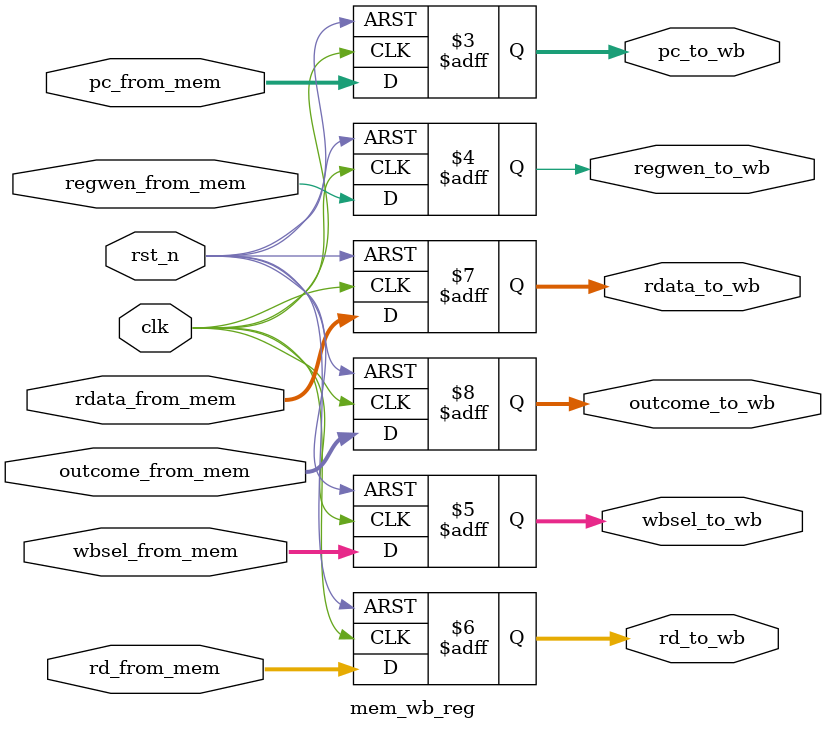
<source format=v>
`timescale 1ns / 1ps


module mem_wb_reg(
    input wire          clk,
    input wire          rst_n,
    input wire [31:0]   pc_from_mem,
    input wire          regwen_from_mem, 
    input wire [2:0]    wbsel_from_mem,
    input wire [4:0]    rd_from_mem,  
    input wire [31:0]   outcome_from_mem,
    input wire [31:0]   rdata_from_mem,
    output reg [31:0]   pc_to_wb,
    output reg          regwen_to_wb, 
    output reg [2:0]    wbsel_to_wb,  
    output reg [4:0]    rd_to_wb,   
    output reg [31:0]   rdata_to_wb,
    output reg [31:0]   outcome_to_wb
    );
    
    
always @ (posedge clk or negedge rst_n) begin
    if(~rst_n) begin
        pc_to_wb <= 32'b0;
        regwen_to_wb <= 1'b0;
        rd_to_wb <= 5'b0;
        wbsel_to_wb <= 3'b0;
        outcome_to_wb <= 32'b0;
        rdata_to_wb <= 32'b0;
    end
    else begin
        pc_to_wb <= pc_from_mem;
        regwen_to_wb <= regwen_from_mem;
        rd_to_wb <= rd_from_mem;    
        wbsel_to_wb <= wbsel_from_mem; 
        outcome_to_wb <= outcome_from_mem; 
        rdata_to_wb <= rdata_from_mem;     
    end
end


endmodule

</source>
